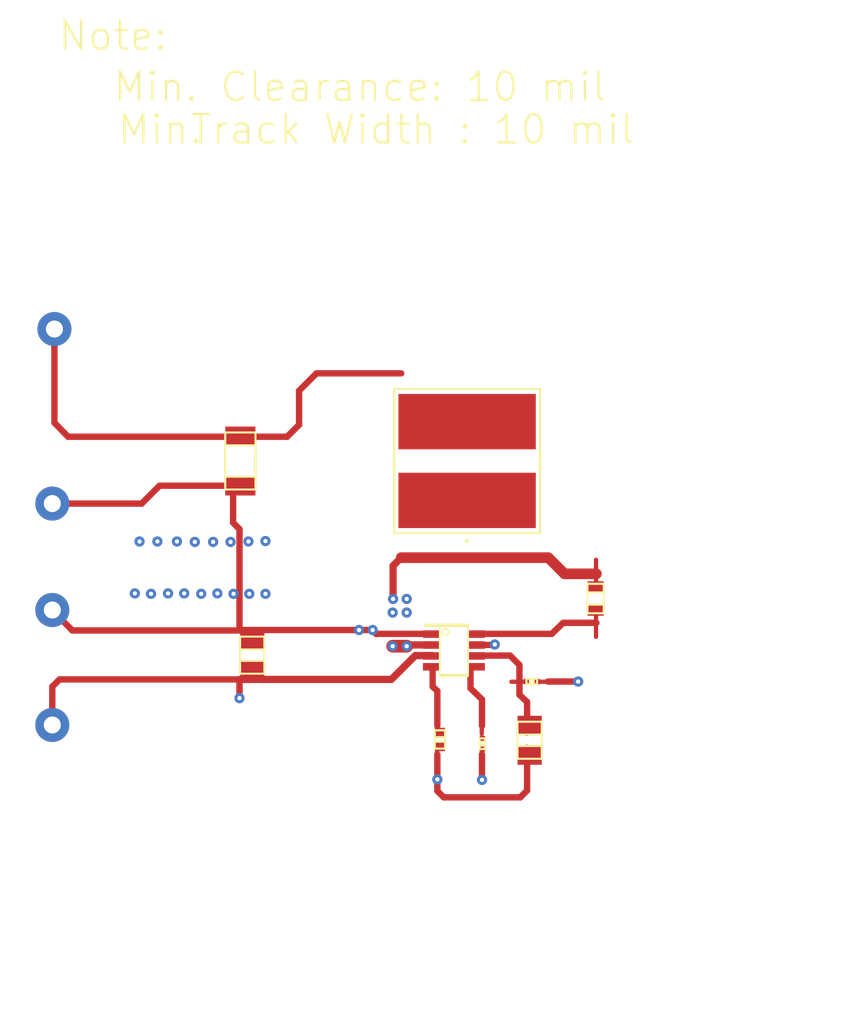
<source format=kicad_pcb>
(kicad_pcb (version 20171130) (host pcbnew 5.1.1-8be2ce7~80~ubuntu18.04.1)

  (general
    (thickness 1.6)
    (drawings 12)
    (tracks 113)
    (zones 0)
    (modules 13)
    (nets 9)
  )

  (page A4)
  (layers
    (0 TOP signal)
    (1 BOTTOM signal)
    (2 INTERNAL1 signal)
    (3 INTERNAL2 signal)
    (4 INTERNAL3 signal)
    (5 INTERNAL4 signal)
    (6 INTERNAL5 signal)
    (7 INTERNAL6 signal)
    (8 INTERNAL7 signal)
    (31 INTERNAL8 signal)
    (32 B.Adhes user)
    (33 F.Adhes user)
    (34 B.Paste user)
    (35 F.Paste user)
    (36 B.SilkS user)
    (37 F.SilkS user)
    (38 B.Mask user)
    (39 F.Mask user)
    (40 Dwgs.User user)
    (41 Cmts.User user)
    (42 Eco1.User user)
    (43 Eco2.User user)
    (44 Edge.Cuts user)
    (45 Margin user)
    (46 B.CrtYd user)
    (47 F.CrtYd user)
    (48 B.Fab user)
    (49 F.Fab user)
  )

  (setup
    (last_trace_width 0.25)
    (trace_clearance 0.2)
    (zone_clearance 0.508)
    (zone_45_only no)
    (trace_min 0.2)
    (via_size 0.8)
    (via_drill 0.4)
    (via_min_size 0.4)
    (via_min_drill 0.254)
    (uvia_size 0.3)
    (uvia_drill 0.1)
    (uvias_allowed no)
    (uvia_min_size 0.2)
    (uvia_min_drill 0.1)
    (edge_width 0.05)
    (segment_width 0.2)
    (pcb_text_width 0.3)
    (pcb_text_size 1.5 1.5)
    (mod_edge_width 0.12)
    (mod_text_size 1 1)
    (mod_text_width 0.15)
    (pad_size 1.524 1.524)
    (pad_drill 0.762)
    (pad_to_mask_clearance 0.051)
    (solder_mask_min_width 0.25)
    (aux_axis_origin 0 0)
    (visible_elements FFFFFF7F)
    (pcbplotparams
      (layerselection 0x010fc_ffffffff)
      (usegerberextensions false)
      (usegerberattributes false)
      (usegerberadvancedattributes false)
      (creategerberjobfile false)
      (excludeedgelayer true)
      (linewidth 0.100000)
      (plotframeref false)
      (viasonmask false)
      (mode 1)
      (useauxorigin false)
      (hpglpennumber 1)
      (hpglpenspeed 20)
      (hpglpendiameter 15.000000)
      (psnegative false)
      (psa4output false)
      (plotreference true)
      (plotvalue true)
      (plotinvisibletext false)
      (padsonsilk false)
      (subtractmaskfromsilk false)
      (outputformat 1)
      (mirror false)
      (drillshape 1)
      (scaleselection 1)
      (outputdirectory ""))
  )

  (net 0 "")
  (net 1 14)
  (net 2 0)
  (net 3 6)
  (net 4 8)
  (net 5 4)
  (net 6 2)
  (net 7 10)
  (net 8 12)

  (net_class Default "This is the default net class."
    (clearance 0.2)
    (trace_width 0.25)
    (via_dia 0.8)
    (via_drill 0.4)
    (uvia_dia 0.3)
    (uvia_drill 0.1)
    (add_net 0)
    (add_net 10)
    (add_net 12)
    (add_net 14)
    (add_net 2)
    (add_net 4)
    (add_net 6)
    (add_net 8)
  )

  (module 2019-04-20_19-23-47:0603 (layer TOP) (tedit 0) (tstamp 5CBBD58B)
    (at 209.3849 54.2798 270)
    (fp_text reference Cbst (at 0 0 270) (layer F.SilkS) hide
      (effects (font (size 1.27 1.27) (thickness 0.15)) (justify right top))
    )
    (fp_text value "" (at 0 0 270) (layer F.SilkS) hide
      (effects (font (size 1.27 1.27) (thickness 0.15)) (justify right top))
    )
    (fp_line (start -0.8763 -0.4826) (end -0.8763 0.4826) (layer F.SilkS) (width 0.12))
    (fp_line (start 0.8763 -0.4826) (end -0.8763 -0.4826) (layer F.SilkS) (width 0.12))
    (fp_line (start 0.8763 0.4826) (end 0.8763 -0.4826) (layer F.SilkS) (width 0.12))
    (fp_line (start -0.8763 0.4826) (end 0.8763 0.4826) (layer F.SilkS) (width 0.12))
    (fp_line (start 0.8763 -0.4826) (end 0.3683 -0.4826) (layer F.SilkS) (width 0.12))
    (fp_line (start 0.8763 0.4826) (end 0.8763 -0.4826) (layer F.SilkS) (width 0.12))
    (fp_line (start 0.3683 0.4826) (end 0.8763 0.4826) (layer F.SilkS) (width 0.12))
    (fp_line (start 0.3683 -0.4826) (end 0.3683 0.4826) (layer F.SilkS) (width 0.12))
    (fp_line (start -0.8763 0.4826) (end -0.3683 0.4826) (layer F.SilkS) (width 0.12))
    (fp_line (start -0.8763 -0.4826) (end -0.8763 0.4826) (layer F.SilkS) (width 0.12))
    (fp_line (start -0.3683 -0.4826) (end -0.8763 -0.4826) (layer F.SilkS) (width 0.12))
    (fp_line (start -0.3683 0.4826) (end -0.3683 -0.4826) (layer F.SilkS) (width 0.12))
    (pad 2 smd rect (at 0.6985 0 270) (size 0.6604 0.9652) (layers TOP F.Paste F.Mask)
      (net 4 8) (solder_mask_margin 0.1016))
    (pad 1 smd rect (at -0.6985 0 270) (size 0.6604 0.9652) (layers TOP F.Paste F.Mask)
      (net 5 4) (solder_mask_margin 0.1016))
  )

  (module 2019-04-20_19-23-47:0402 (layer TOP) (tedit 0) (tstamp 5CBBD59C)
    (at 200.0885 62.6872 90)
    (fp_text reference Rpg (at 0 0 90) (layer F.SilkS) hide
      (effects (font (size 1.27 1.27) (thickness 0.15)))
    )
    (fp_text value "" (at 0 0 90) (layer F.SilkS) hide
      (effects (font (size 1.27 1.27) (thickness 0.15)))
    )
    (fp_line (start -0.5461 -0.3048) (end -0.5461 0.3048) (layer F.SilkS) (width 0.12))
    (fp_line (start 0.5461 -0.3048) (end -0.5461 -0.3048) (layer F.SilkS) (width 0.12))
    (fp_line (start 0.5461 0.3048) (end 0.5461 -0.3048) (layer F.SilkS) (width 0.12))
    (fp_line (start -0.5461 0.3048) (end 0.5461 0.3048) (layer F.SilkS) (width 0.12))
    (fp_line (start 0.5461 -0.3048) (end 0.1397 -0.3048) (layer F.SilkS) (width 0.12))
    (fp_line (start 0.5461 0.3048) (end 0.5461 -0.3048) (layer F.SilkS) (width 0.12))
    (fp_line (start 0.1397 0.3048) (end 0.5461 0.3048) (layer F.SilkS) (width 0.12))
    (fp_line (start 0.1397 -0.3048) (end 0.1397 0.3048) (layer F.SilkS) (width 0.12))
    (fp_line (start -0.5461 0.3048) (end -0.1397 0.3048) (layer F.SilkS) (width 0.12))
    (fp_line (start -0.5461 -0.3048) (end -0.5461 0.3048) (layer F.SilkS) (width 0.12))
    (fp_line (start -0.1397 -0.3048) (end -0.5461 -0.3048) (layer F.SilkS) (width 0.12))
    (fp_line (start -0.1397 0.3048) (end -0.1397 -0.3048) (layer F.SilkS) (width 0.12))
    (pad 2 smd rect (at 0.4191 0 90) (size 0.5588 0.6096) (layers TOP F.Paste F.Mask)
      (net 7 10) (solder_mask_margin 0.1016))
    (pad 1 smd rect (at -0.4191 0 90) (size 0.5588 0.6096) (layers TOP F.Paste F.Mask)
      (net 3 6) (solder_mask_margin 0.1016))
  )

  (module 2019-04-20_19-23-47:0805 (layer TOP) (tedit 0) (tstamp 5CBBD5AD)
    (at 188.8871 57.658 90)
    (fp_text reference Cin (at 0 0 90) (layer F.SilkS) hide
      (effects (font (size 1.27 1.27) (thickness 0.15)))
    )
    (fp_text value "" (at 0 0 90) (layer F.SilkS) hide
      (effects (font (size 1.27 1.27) (thickness 0.15)))
    )
    (fp_line (start -1.1049 -0.7239) (end -1.1049 0.7239) (layer F.SilkS) (width 0.12))
    (fp_line (start 1.1049 -0.7239) (end -1.1049 -0.7239) (layer F.SilkS) (width 0.12))
    (fp_line (start 1.1049 0.7239) (end 1.1049 -0.7239) (layer F.SilkS) (width 0.12))
    (fp_line (start -1.1049 0.7239) (end 1.1049 0.7239) (layer F.SilkS) (width 0.12))
    (fp_line (start 1.1049 -0.7239) (end 0.3429 -0.7239) (layer F.SilkS) (width 0.12))
    (fp_line (start 1.1049 0.7239) (end 1.1049 -0.7239) (layer F.SilkS) (width 0.12))
    (fp_line (start 0.3429 0.7239) (end 1.1049 0.7239) (layer F.SilkS) (width 0.12))
    (fp_line (start 0.3429 -0.7239) (end 0.3429 0.7239) (layer F.SilkS) (width 0.12))
    (fp_line (start -1.1049 0.7239) (end -0.3429 0.7239) (layer F.SilkS) (width 0.12))
    (fp_line (start -1.1049 -0.7239) (end -1.1049 0.7239) (layer F.SilkS) (width 0.12))
    (fp_line (start -0.3429 -0.7239) (end -1.1049 -0.7239) (layer F.SilkS) (width 0.12))
    (fp_line (start -0.3429 0.7239) (end -0.3429 -0.7239) (layer F.SilkS) (width 0.12))
    (pad 2 smd rect (at 0.9017 0 90) (size 1.1176 1.4478) (layers TOP F.Paste F.Mask)
      (net 2 0) (solder_mask_margin 0.1016))
    (pad 1 smd rect (at -0.9017 0 90) (size 1.1176 1.4478) (layers TOP F.Paste F.Mask)
      (net 1 14) (solder_mask_margin 0.1016))
  )

  (module 2019-04-20_19-23-47:0201 (layer TOP) (tedit 0) (tstamp 5CBBD5BE)
    (at 202.6285 62.9412 270)
    (fp_text reference Css (at 0 0 270) (layer F.SilkS) hide
      (effects (font (size 1.27 1.27) (thickness 0.15)) (justify right top))
    )
    (fp_text value "" (at 0 0 270) (layer F.SilkS) hide
      (effects (font (size 1.27 1.27) (thickness 0.15)) (justify right top))
    )
    (fp_line (start -0.3175 -0.1651) (end -0.3175 0.1651) (layer F.SilkS) (width 0.12))
    (fp_line (start 0.3175 -0.1651) (end -0.3175 -0.1651) (layer F.SilkS) (width 0.12))
    (fp_line (start 0.3175 0.1651) (end 0.3175 -0.1651) (layer F.SilkS) (width 0.12))
    (fp_line (start -0.3175 0.1651) (end 0.3175 0.1651) (layer F.SilkS) (width 0.12))
    (fp_line (start 0.3175 -0.1651) (end 0.1143 -0.1651) (layer F.SilkS) (width 0.12))
    (fp_line (start 0.3175 0.1651) (end 0.3175 -0.1651) (layer F.SilkS) (width 0.12))
    (fp_line (start 0.1143 0.1651) (end 0.3175 0.1651) (layer F.SilkS) (width 0.12))
    (fp_line (start 0.1143 -0.1651) (end 0.1143 0.1651) (layer F.SilkS) (width 0.12))
    (fp_line (start -0.3175 0.1651) (end -0.1143 0.1651) (layer F.SilkS) (width 0.12))
    (fp_line (start -0.3175 -0.1651) (end -0.3175 0.1651) (layer F.SilkS) (width 0.12))
    (fp_line (start -0.1143 -0.1651) (end -0.3175 -0.1651) (layer F.SilkS) (width 0.12))
    (fp_line (start -0.1143 0.1651) (end -0.1143 -0.1651) (layer F.SilkS) (width 0.12))
    (pad 2 smd rect (at 0.2921 0 270) (size 0.3556 0.3302) (layers TOP F.Paste F.Mask)
      (net 2 0) (solder_mask_margin 0.1016))
    (pad 1 smd rect (at -0.2921 0 270) (size 0.3556 0.3302) (layers TOP F.Paste F.Mask)
      (net 8 12) (solder_mask_margin 0.1016))
  )

  (module 2019-04-20_19-23-47:1206 (layer TOP) (tedit 0) (tstamp 5CBBD5CF)
    (at 188.1759 46.0756 270)
    (fp_text reference Cout (at 0 0 270) (layer F.SilkS) hide
      (effects (font (size 1.27 1.27) (thickness 0.15)) (justify right top))
    )
    (fp_text value "" (at 0 0 270) (layer F.SilkS) hide
      (effects (font (size 1.27 1.27) (thickness 0.15)) (justify right top))
    )
    (fp_line (start -1.7018 -0.9017) (end -1.7018 0.9017) (layer F.SilkS) (width 0.12))
    (fp_line (start 1.7018 -0.9017) (end -1.7018 -0.9017) (layer F.SilkS) (width 0.12))
    (fp_line (start 1.7018 0.9017) (end 1.7018 -0.9017) (layer F.SilkS) (width 0.12))
    (fp_line (start -1.7018 0.9017) (end 1.7018 0.9017) (layer F.SilkS) (width 0.12))
    (fp_line (start 0.6071 -0.9017) (end -0.6071 -0.9017) (layer F.SilkS) (width 0.1524))
    (fp_line (start -0.6071 0.9017) (end 0.6071 0.9017) (layer F.SilkS) (width 0.1524))
    (fp_line (start 1.7018 -0.9017) (end 0.9398 -0.9017) (layer F.SilkS) (width 0.12))
    (fp_line (start 1.7018 0.9017) (end 1.7018 -0.9017) (layer F.SilkS) (width 0.12))
    (fp_line (start 0.9398 0.9017) (end 1.7018 0.9017) (layer F.SilkS) (width 0.12))
    (fp_line (start 0.9398 -0.9017) (end 0.9398 0.9017) (layer F.SilkS) (width 0.12))
    (fp_line (start -1.7018 0.9017) (end -0.9398 0.9017) (layer F.SilkS) (width 0.12))
    (fp_line (start -1.7018 -0.9017) (end -1.7018 0.9017) (layer F.SilkS) (width 0.12))
    (fp_line (start -0.9398 -0.9017) (end -1.7018 -0.9017) (layer F.SilkS) (width 0.12))
    (fp_line (start -0.9398 0.9017) (end -0.9398 -0.9017) (layer F.SilkS) (width 0.12))
    (pad 2 smd rect (at 1.4986 0 270) (size 1.1176 1.8034) (layers TOP F.Paste F.Mask)
      (net 2 0) (solder_mask_margin 0.1016))
    (pad 1 smd rect (at -1.4986 0 270) (size 1.1176 1.8034) (layers TOP F.Paste F.Mask)
      (net 3 6) (solder_mask_margin 0.1016))
  )

  (module 2019-04-20_19-23-47:VLP8040 (layer TOP) (tedit 0) (tstamp 5CBBD5E2)
    (at 201.7141 46.0756 90)
    (fp_text reference L1 (at 0 0 90) (layer F.SilkS) hide
      (effects (font (size 1.27 1.27) (thickness 0.15)))
    )
    (fp_text value "" (at 0 0 90) (layer F.SilkS) hide
      (effects (font (size 1.27 1.27) (thickness 0.15)))
    )
    (fp_line (start -4.3053 -4.3561) (end -4.3053 4.3561) (layer F.SilkS) (width 0.12))
    (fp_line (start 4.3053 -4.3561) (end -4.3053 -4.3561) (layer F.SilkS) (width 0.12))
    (fp_line (start 4.3053 4.3561) (end 4.3053 -4.3561) (layer F.SilkS) (width 0.12))
    (fp_line (start -4.3053 4.3561) (end 4.3053 4.3561) (layer F.SilkS) (width 0.12))
    (fp_line (start 0.4836 -4.3561) (end -0.4836 -4.3561) (layer F.SilkS) (width 0.1524))
    (fp_line (start -0.4836 4.3561) (end 0.4836 4.3561) (layer F.SilkS) (width 0.1524))
    (fp_circle (center -4.7625 0) (end -4.6863 0) (layer F.SilkS) (width 0.1016))
    (fp_circle (center -4.7625 0) (end -4.6863 0) (layer F.SilkS) (width 0.1016))
    (pad 2 smd rect (at 2.3495 0 90) (size 3.302 8.2042) (layers TOP F.Paste F.Mask)
      (net 3 6) (solder_mask_margin 0.1016))
    (pad 1 smd rect (at -2.3495 0 90) (size 3.302 8.2042) (layers TOP F.Paste F.Mask)
      (net 5 4) (solder_mask_margin 0.1016))
  )

  (module 2019-04-20_19-23-47:0805 (layer TOP) (tedit 0) (tstamp 5CBBD5EF)
    (at 205.4479 62.738 90)
    (fp_text reference Rfbt (at 0 0 90) (layer F.SilkS) hide
      (effects (font (size 1.27 1.27) (thickness 0.15)))
    )
    (fp_text value "" (at 0 0 90) (layer F.SilkS) hide
      (effects (font (size 1.27 1.27) (thickness 0.15)))
    )
    (fp_line (start -1.1049 -0.7239) (end -1.1049 0.7239) (layer F.SilkS) (width 0.12))
    (fp_line (start 1.1049 -0.7239) (end -1.1049 -0.7239) (layer F.SilkS) (width 0.12))
    (fp_line (start 1.1049 0.7239) (end 1.1049 -0.7239) (layer F.SilkS) (width 0.12))
    (fp_line (start -1.1049 0.7239) (end 1.1049 0.7239) (layer F.SilkS) (width 0.12))
    (fp_line (start 1.1049 -0.7239) (end 0.3429 -0.7239) (layer F.SilkS) (width 0.12))
    (fp_line (start 1.1049 0.7239) (end 1.1049 -0.7239) (layer F.SilkS) (width 0.12))
    (fp_line (start 0.3429 0.7239) (end 1.1049 0.7239) (layer F.SilkS) (width 0.12))
    (fp_line (start 0.3429 -0.7239) (end 0.3429 0.7239) (layer F.SilkS) (width 0.12))
    (fp_line (start -1.1049 0.7239) (end -0.3429 0.7239) (layer F.SilkS) (width 0.12))
    (fp_line (start -1.1049 -0.7239) (end -1.1049 0.7239) (layer F.SilkS) (width 0.12))
    (fp_line (start -0.3429 -0.7239) (end -1.1049 -0.7239) (layer F.SilkS) (width 0.12))
    (fp_line (start -0.3429 0.7239) (end -0.3429 -0.7239) (layer F.SilkS) (width 0.12))
    (pad 2 smd rect (at 0.9017 0 90) (size 1.1176 1.4478) (layers TOP F.Paste F.Mask)
      (net 6 2) (solder_mask_margin 0.1016))
    (pad 1 smd rect (at -0.9017 0 90) (size 1.1176 1.4478) (layers TOP F.Paste F.Mask)
      (net 3 6) (solder_mask_margin 0.1016))
  )

  (module 2019-04-20_19-23-47:0201 (layer TOP) (tedit 0) (tstamp 5CBBD600)
    (at 205.5749 59.2328)
    (fp_text reference Rfbb (at 0 0) (layer F.SilkS) hide
      (effects (font (size 1.27 1.27) (thickness 0.15)))
    )
    (fp_text value "" (at 0 0) (layer F.SilkS) hide
      (effects (font (size 1.27 1.27) (thickness 0.15)))
    )
    (fp_line (start -0.3175 -0.1651) (end -0.3175 0.1651) (layer F.SilkS) (width 0.12))
    (fp_line (start 0.3175 -0.1651) (end -0.3175 -0.1651) (layer F.SilkS) (width 0.12))
    (fp_line (start 0.3175 0.1651) (end 0.3175 -0.1651) (layer F.SilkS) (width 0.12))
    (fp_line (start -0.3175 0.1651) (end 0.3175 0.1651) (layer F.SilkS) (width 0.12))
    (fp_line (start 0.3175 -0.1651) (end 0.1143 -0.1651) (layer F.SilkS) (width 0.12))
    (fp_line (start 0.3175 0.1651) (end 0.3175 -0.1651) (layer F.SilkS) (width 0.12))
    (fp_line (start 0.1143 0.1651) (end 0.3175 0.1651) (layer F.SilkS) (width 0.12))
    (fp_line (start 0.1143 -0.1651) (end 0.1143 0.1651) (layer F.SilkS) (width 0.12))
    (fp_line (start -0.3175 0.1651) (end -0.1143 0.1651) (layer F.SilkS) (width 0.12))
    (fp_line (start -0.3175 -0.1651) (end -0.3175 0.1651) (layer F.SilkS) (width 0.12))
    (fp_line (start -0.1143 -0.1651) (end -0.3175 -0.1651) (layer F.SilkS) (width 0.12))
    (fp_line (start -0.1143 0.1651) (end -0.1143 -0.1651) (layer F.SilkS) (width 0.12))
    (pad 2 smd rect (at 0.2921 0) (size 0.3556 0.3302) (layers TOP F.Paste F.Mask)
      (net 2 0) (solder_mask_margin 0.1016))
    (pad 1 smd rect (at -0.2921 0) (size 0.3556 0.3302) (layers TOP F.Paste F.Mask)
      (net 6 2) (solder_mask_margin 0.1016))
  )

  (module 2019-04-20_19-23-47:TP-1502 (layer TOP) (tedit 0) (tstamp 5CBBD611)
    (at 176.9491 61.8744 90)
    (fp_text reference VIN (at 0 0 90) (layer F.SilkS) hide
      (effects (font (size 1.27 1.27) (thickness 0.15)))
    )
    (fp_text value "" (at 0 0 90) (layer F.SilkS) hide
      (effects (font (size 1.27 1.27) (thickness 0.15)))
    )
    (pad 1 thru_hole circle (at 0 0 90) (size 1.3208 1.3208) (drill 0.8128) (layers *.Cu *.Mask)
      (net 1 14) (solder_mask_margin 0.1016))
  )

  (module 2019-04-20_19-23-47:TP-1502 (layer TOP) (tedit 0) (tstamp 5CBBD615)
    (at 176.9491 54.991 90)
    (fp_text reference GND (at 0 0 90) (layer F.SilkS) hide
      (effects (font (size 1.27 1.27) (thickness 0.15)))
    )
    (fp_text value "" (at 0 0 90) (layer F.SilkS) hide
      (effects (font (size 1.27 1.27) (thickness 0.15)))
    )
    (pad 1 thru_hole circle (at 0 0 90) (size 1.3208 1.3208) (drill 0.8128) (layers *.Cu *.Mask)
      (net 2 0) (solder_mask_margin 0.1016))
  )

  (module 2019-04-20_19-23-47:TP-1502 (layer TOP) (tedit 0) (tstamp 5CBBD619)
    (at 177.0761 38.227 90)
    (fp_text reference VOUT (at 0 0 90) (layer F.SilkS) hide
      (effects (font (size 1.27 1.27) (thickness 0.15)))
    )
    (fp_text value "" (at 0 0 90) (layer F.SilkS) hide
      (effects (font (size 1.27 1.27) (thickness 0.15)))
    )
    (pad 1 thru_hole circle (at 0 0 90) (size 1.3208 1.3208) (drill 0.8128) (layers *.Cu *.Mask)
      (net 3 6) (solder_mask_margin 0.1016))
  )

  (module 2019-04-20_19-23-47:TP-1502 (layer TOP) (tedit 0) (tstamp 5CBBD61D)
    (at 176.9491 48.641 90)
    (fp_text reference GND1 (at 0 0 90) (layer F.SilkS) hide
      (effects (font (size 1.27 1.27) (thickness 0.15)))
    )
    (fp_text value "" (at 0 0 90) (layer F.SilkS) hide
      (effects (font (size 1.27 1.27) (thickness 0.15)))
    )
    (pad 1 thru_hole circle (at 0 0 90) (size 1.3208 1.3208) (drill 0.8128) (layers *.Cu *.Mask)
      (net 2 0) (solder_mask_margin 0.1016))
  )

  (module 2019-04-20_19-23-47:DDF0008A_N (layer TOP) (tedit 0) (tstamp 5CBBD621)
    (at 200.9267 57.3786)
    (fp_text reference U1 (at 0 0) (layer F.SilkS) hide
      (effects (font (size 1.27 1.27) (thickness 0.15)))
    )
    (fp_text value "" (at 0 0) (layer F.SilkS) hide
      (effects (font (size 1.27 1.27) (thickness 0.15)))
    )
    (fp_circle (center -0.5 -1.1) (end -0.3 -1.1) (layer F.SilkS) (width 0.1016))
    (fp_line (start -0.8 1.5) (end 0.8 1.5) (layer F.SilkS) (width 0.2))
    (fp_line (start -1.7 -1.5) (end 0.8 -1.5) (layer F.SilkS) (width 0.2))
    (fp_line (start -0.85 1.5) (end -0.85 -1.5) (layer F.SilkS) (width 0.1))
    (fp_line (start 0.85 1.5) (end 0.85 -1.5) (layer F.SilkS) (width 0.1))
    (fp_line (start -0.85 -1.5) (end 0.85 -1.5) (layer F.SilkS) (width 0.1))
    (fp_line (start -0.85 1.5) (end 0.85 1.5) (layer F.SilkS) (width 0.1))
    (pad 8 smd rect (at 1.35 -0.975) (size 1 0.45) (layers TOP F.Paste F.Mask)
      (net 4 8) (solder_mask_margin 0.1016))
    (pad 7 smd rect (at 1.35 -0.325) (size 1 0.45) (layers TOP F.Paste F.Mask)
      (net 1 14) (solder_mask_margin 0.1016))
    (pad 6 smd rect (at 1.35 0.325) (size 1 0.45) (layers TOP F.Paste F.Mask)
      (net 6 2) (solder_mask_margin 0.1016))
    (pad 5 smd rect (at 1.35 0.975) (size 1 0.45) (layers TOP F.Paste F.Mask)
      (net 8 12) (solder_mask_margin 0.1016))
    (pad 4 smd rect (at -1.35 0.975) (size 1 0.45) (layers TOP F.Paste F.Mask)
      (net 7 10) (solder_mask_margin 0.1016))
    (pad 3 smd rect (at -1.35 0.325) (size 1 0.45) (layers TOP F.Paste F.Mask)
      (net 1 14) (solder_mask_margin 0.1016))
    (pad 2 smd rect (at -1.35 -0.325) (size 1 0.45) (layers TOP F.Paste F.Mask)
      (net 5 4) (solder_mask_margin 0.1016))
    (pad 1 smd rect (at -1.35 -0.975) (size 1 0.45) (layers TOP F.Paste F.Mask)
      (net 2 0) (solder_mask_margin 0.1016))
  )

  (gr_line (start 173.9011 79.6036) (end 173.9011 18.6436) (layer Cmts.User) (width 0.15) (tstamp 56C991A0))
  (gr_line (start 173.9011 79.6036) (end 173.9011 18.6436) (layer Cmts.User) (width 0.15) (tstamp 56C99680))
  (gr_line (start 173.9011 18.6436) (end 224.7011 18.6436) (layer Cmts.User) (width 0.15) (tstamp 56C99B30))
  (gr_line (start 173.9011 18.6436) (end 224.7011 18.6436) (layer Cmts.User) (width 0.15) (tstamp 56C99FE0))
  (gr_line (start 224.7011 18.6436) (end 224.7011 79.6036) (layer Cmts.User) (width 0.15) (tstamp 56C9A490))
  (gr_line (start 224.7011 18.6436) (end 224.7011 79.6036) (layer Cmts.User) (width 0.15) (tstamp 56C898C0))
  (gr_line (start 224.7011 79.6036) (end 173.9011 79.6036) (layer Cmts.User) (width 0.15) (tstamp 56C89D70))
  (gr_line (start 224.7011 79.6036) (end 173.9011 79.6036) (layer Cmts.User) (width 0.15) (tstamp 56C8A220))
  (gr_text Min. (at 180.7591 27.2796) (layer F.SilkS) (tstamp 56C8A7E0)
    (effects (font (size 1.6891 1.6891) (thickness 0.14224)) (justify left bottom))
  )
  (gr_text Note: (at 177.2031 21.6916) (layer F.SilkS) (tstamp 56C8ACE0)
    (effects (font (size 1.6891 1.6891) (thickness 0.14224)) (justify left bottom))
  )
  (gr_text "Track Width : 10 mil" (at 185.0771 27.2796) (layer F.SilkS) (tstamp 56C7E620)
    (effects (font (size 1.6891 1.6891) (thickness 0.14224)) (justify left bottom))
  )
  (gr_text "Min. Clearance: 10 mil" (at 180.5051 24.7396) (layer F.SilkS) (tstamp 56C7EC00)
    (effects (font (size 1.6891 1.6891) (thickness 0.14224)) (justify left bottom))
  )

  (segment (start 188.1251 59.1058) (end 197.1929 59.1058) (width 0.4318) (layer TOP) (net 1) (tstamp 56DCECE0))
  (segment (start 176.9491 59.5376) (end 177.3809 59.1058) (width 0.381) (layer TOP) (net 1) (tstamp 56DCF1D0))
  (segment (start 177.3809 59.1058) (end 188.1251 59.1058) (width 0.381) (layer TOP) (net 1) (tstamp 56DCF6B0))
  (segment (start 188.1251 60.2234) (end 188.1251 59.1058) (width 0.381) (layer TOP) (net 1) (tstamp 56DCFB90))
  (segment (start 197.1929 59.1058) (end 198.6153 57.6834) (width 0.4318) (layer TOP) (net 1) (tstamp 56DD0070))
  (segment (start 198.6153 57.6834) (end 199.6567 57.6834) (width 0.4318) (layer TOP) (net 1) (tstamp 56DD0560))
  (segment (start 176.9491 61.8236) (end 176.9491 59.5376) (width 0.381) (layer TOP) (net 1) (tstamp 56DD0A50))
  (segment (start 203.3397 57.0484) (end 203.3651 57.023) (width 0.381) (layer TOP) (net 1) (tstamp 56DD0F20))
  (segment (start 201.9173 57.0484) (end 203.3397 57.0484) (width 0.381) (layer TOP) (net 1) (tstamp 56DD1400))
  (segment (start 203.3651 59.2836) (end 203.3651 57.023) (width 0.381) (layer BOTTOM) (net 1) (tstamp 56DD25A0))
  (segment (start 202.3491 60.2996) (end 203.3651 59.2836) (width 0.381) (layer BOTTOM) (net 1) (tstamp 56DD2A70))
  (segment (start 188.2013 60.2996) (end 202.3491 60.2996) (width 0.381) (layer BOTTOM) (net 1) (tstamp 56DD2F40))
  (via micro (at 188.1251 60.2234) (size 0.6096) (drill 0.254) (layers TOP INTERNAL8) (net 1) (tstamp 56DD3460))
  (via micro (at 203.3651 57.023) (size 0.6096) (drill 0.254) (layers TOP INTERNAL8) (net 1) (tstamp 56DD39C0))
  (via micro (at 176.9491 61.8236) (size 2.032) (drill 1.016) (layers TOP INTERNAL8) (net 1) (tstamp 56DD3EF0))
  (segment (start 182.2831 48.6156) (end 183.3499 47.5488) (width 0.381) (layer TOP) (net 2) (tstamp 56DD4E20))
  (segment (start 183.3499 47.5488) (end 187.7441 47.5488) (width 0.381) (layer TOP) (net 2) (tstamp 56DD5300))
  (segment (start 188.1251 56.1848) (end 188.1251 50.1396) (width 0.381) (layer TOP) (net 2) (tstamp 56DD57E0))
  (segment (start 187.7441 49.7586) (end 188.1251 50.1396) (width 0.381) (layer TOP) (net 2) (tstamp 56DD5CC0))
  (segment (start 187.7441 49.7586) (end 187.7441 47.5488) (width 0.381) (layer TOP) (net 2) (tstamp 56DD61A0))
  (segment (start 188.1251 56.1848) (end 188.1251 56.1594) (width 0.381) (layer TOP) (net 2) (tstamp 56DD6680))
  (segment (start 188.1251 56.1594) (end 195.2625 56.1594) (width 0.381) (layer TOP) (net 2) (tstamp 56DD6B60))
  (segment (start 195.2625 56.1594) (end 196.0753 56.1594) (width 0.381) (layer TOP) (net 2) (tstamp 56DD7040))
  (segment (start 196.0753 56.1594) (end 196.2785 56.388) (width 0.381) (layer TOP) (net 2) (tstamp 56DD7520))
  (segment (start 196.2785 56.388) (end 199.6567 56.388) (width 0.381) (layer TOP) (net 2) (tstamp 56DD7A00))
  (segment (start 176.9491 54.9656) (end 178.1429 56.1848) (width 0.381) (layer TOP) (net 2) (tstamp 56DD7EE0))
  (segment (start 178.1429 56.1848) (end 188.1251 56.1848) (width 0.381) (layer TOP) (net 2) (tstamp 56DD83C0))
  (segment (start 176.9491 48.6156) (end 182.2831 48.6156) (width 0.381) (layer TOP) (net 2) (tstamp 56DD88A0))
  (segment (start 206.5401 59.2328) (end 208.3435 59.2328) (width 0.381) (layer TOP) (net 2) (tstamp 56DD8D80))
  (segment (start 202.6031 65.1002) (end 202.6031 63.5762) (width 0.381) (layer TOP) (net 2) (tstamp 56DD9260))
  (segment (start 206.0575 59.2455) (end 206.9973 59.2455) (width 0.254) (layer TOP) (net 2) (tstamp 56DD9740))
  (segment (start 202.5904 64.0588) (end 202.5904 63.119) (width 0.254) (layer TOP) (net 2) (tstamp 56DD9C20))
  (via micro (at 202.6031 65.1002) (size 0.6096) (drill 0.254) (layers TOP INTERNAL8) (net 2) (tstamp 56DDC240))
  (via micro (at 196.0753 56.1594) (size 0.6096) (drill 0.254) (layers TOP INTERNAL8) (net 2) (tstamp 56DDC770))
  (via micro (at 195.2625 56.1594) (size 0.6096) (drill 0.254) (layers TOP INTERNAL8) (net 2) (tstamp 56DDCCA0))
  (via micro (at 182.1561 50.8762) (size 0.6096) (drill 0.254) (layers TOP INTERNAL8) (net 2) (tstamp 56DDD1D0))
  (via micro (at 183.2229 50.8762) (size 0.6096) (drill 0.254) (layers TOP INTERNAL8) (net 2) (tstamp 56DDD700))
  (via micro (at 184.3913 50.8762) (size 0.6096) (drill 0.254) (layers TOP INTERNAL8) (net 2) (tstamp 56DDDC30))
  (via micro (at 185.4581 50.9016) (size 0.6096) (drill 0.254) (layers TOP INTERNAL8) (net 2) (tstamp 56DDE160))
  (via micro (at 186.5503 50.9016) (size 0.6096) (drill 0.254) (layers TOP INTERNAL8) (net 2) (tstamp 56DDE690))
  (via micro (at 187.5917 50.9016) (size 0.6096) (drill 0.254) (layers TOP INTERNAL8) (net 2) (tstamp 56DDEBC0))
  (via micro (at 188.6585 50.8762) (size 0.6096) (drill 0.254) (layers TOP INTERNAL8) (net 2) (tstamp 56DDF0F0))
  (via micro (at 189.6745 50.8508) (size 0.6096) (drill 0.254) (layers TOP INTERNAL8) (net 2) (tstamp 56DDF620))
  (via micro (at 181.8767 53.975) (size 0.6096) (drill 0.254) (layers TOP INTERNAL8) (net 2) (tstamp 56DDFB50))
  (via micro (at 182.8419 54.0004) (size 0.6096) (drill 0.254) (layers TOP INTERNAL8) (net 2) (tstamp 56DE0080))
  (via micro (at 183.8579 53.975) (size 0.6096) (drill 0.254) (layers TOP INTERNAL8) (net 2) (tstamp 56DE05B0))
  (via micro (at 184.8231 53.975) (size 0.6096) (drill 0.254) (layers TOP INTERNAL8) (net 2) (tstamp 56DE0AE0))
  (via micro (at 185.8391 54.0004) (size 0.6096) (drill 0.254) (layers TOP INTERNAL8) (net 2) (tstamp 56DE1010))
  (via micro (at 186.8043 53.975) (size 0.6096) (drill 0.254) (layers TOP INTERNAL8) (net 2) (tstamp 56DE1540))
  (via micro (at 187.7695 54.0004) (size 0.6096) (drill 0.254) (layers TOP INTERNAL8) (net 2) (tstamp 56DE1A70))
  (via micro (at 188.7093 54.0004) (size 0.6096) (drill 0.254) (layers TOP INTERNAL8) (net 2) (tstamp 56DE1FA0))
  (via micro (at 189.6745 54.0004) (size 0.6096) (drill 0.254) (layers TOP INTERNAL8) (net 2) (tstamp 56DE24D0))
  (via micro (at 208.3435 59.2328) (size 0.6096) (drill 0.254) (layers TOP INTERNAL8) (net 2) (tstamp 56DE2A00))
  (via micro (at 176.9491 54.9656) (size 2.032) (drill 1.016) (layers TOP INTERNAL8) (net 2) (tstamp 56DE2F30))
  (via micro (at 176.9491 48.6156) (size 2.032) (drill 1.016) (layers TOP INTERNAL8) (net 2) (tstamp 56DE3450))
  (segment (start 177.8889 44.6278) (end 187.7441 44.6278) (width 0.381) (layer TOP) (net 3) (tstamp 56DE49B0))
  (segment (start 177.0761 43.7896) (end 177.8889 44.6278) (width 0.381) (layer TOP) (net 3) (tstamp 56DE4E90))
  (segment (start 190.9699 44.6278) (end 191.6811 43.9166) (width 0.381) (layer TOP) (net 3) (tstamp 56DE5370))
  (segment (start 187.7441 44.6278) (end 190.9699 44.6278) (width 0.381) (layer TOP) (net 3) (tstamp 56DE5840))
  (segment (start 205.2955 65.7352) (end 205.2955 63.5762) (width 0.381) (layer TOP) (net 3) (tstamp 56DE5D20))
  (segment (start 204.8891 66.1416) (end 205.2955 65.7352) (width 0.381) (layer TOP) (net 3) (tstamp 56DE6200))
  (segment (start 200.3171 66.1416) (end 204.8891 66.1416) (width 0.381) (layer TOP) (net 3) (tstamp 56DE66E0))
  (segment (start 192.7225 40.8432) (end 197.7771 40.8432) (width 0.381) (layer TOP) (net 3) (tstamp 56DE6BC0))
  (segment (start 191.6811 41.8846) (end 192.7225 40.8432) (width 0.381) (layer TOP) (net 3) (tstamp 56DE70A0))
  (segment (start 191.6811 43.9166) (end 191.6811 41.8846) (width 0.381) (layer TOP) (net 3) (tstamp 56DE75A0))
  (segment (start 177.0761 43.7896) (end 177.0761 38.2016) (width 0.381) (layer TOP) (net 3) (tstamp 56DE7A60))
  (segment (start 199.9361 65.0748) (end 199.9361 63.5762) (width 0.381) (layer TOP) (net 3) (tstamp 56DE7F10))
  (segment (start 199.9361 65.7606) (end 200.3171 66.1416) (width 0.381) (layer TOP) (net 3) (tstamp 56DE83F0))
  (segment (start 199.9361 65.7606) (end 199.9361 65.0748) (width 0.381) (layer TOP) (net 3) (tstamp 56DE88D0))
  (segment (start 205.2828 64.0588) (end 205.2828 63.119) (width 0.254) (layer TOP) (net 3) (tstamp 56DE8DB0))
  (segment (start 199.9234 64.0588) (end 199.9234 63.119) (width 0.254) (layer TOP) (net 3) (tstamp 56DE9290))
  (segment (start 180.5051 63.0936) (end 182.4863 65.0748) (width 0.381) (layer BOTTOM) (net 3) (tstamp 56DEA390))
  (segment (start 182.4863 65.0748) (end 199.9361 65.0748) (width 0.381) (layer BOTTOM) (net 3) (tstamp 56DEA860))
  (segment (start 179.7431 38.2016) (end 180.5051 38.9636) (width 0.381) (layer BOTTOM) (net 3) (tstamp 56DEAD40))
  (segment (start 177.0761 38.2016) (end 179.7431 38.2016) (width 0.381) (layer BOTTOM) (net 3) (tstamp 56DEB210))
  (segment (start 180.5051 63.0936) (end 180.5051 38.9636) (width 0.381) (layer BOTTOM) (net 3) (tstamp 56DEB6F0))
  (via micro (at 199.9361 65.0748) (size 0.6096) (drill 0.254) (layers TOP INTERNAL8) (net 3) (tstamp 56DEBBB0))
  (via micro (at 177.0761 38.2016) (size 2.032) (drill 1.016) (layers TOP INTERNAL8) (net 3) (tstamp 56DEC0E0))
  (segment (start 201.9173 56.388) (end 206.7687 56.388) (width 0.381) (layer TOP) (net 4) (tstamp 56DED220))
  (segment (start 206.7687 56.388) (end 207.4545 55.7276) (width 0.381) (layer TOP) (net 4) (tstamp 56DED700))
  (segment (start 207.4545 55.7276) (end 209.4357 55.7276) (width 0.381) (layer TOP) (net 4) (tstamp 56DEDBE0))
  (segment (start 209.4103 56.5658) (end 209.4103 54.864) (width 0.254) (layer TOP) (net 4) (tstamp 56DEE0C0))
  (segment (start 197.7771 51.8414) (end 206.5655 51.8414) (width 0.635) (layer TOP) (net 5) (tstamp 56DEEB50))
  (segment (start 206.5655 51.8414) (end 207.5307 52.8066) (width 0.635) (layer TOP) (net 5) (tstamp 56DEF030))
  (segment (start 207.5307 52.8066) (end 209.4357 52.8066) (width 0.635) (layer TOP) (net 5) (tstamp 56DEF510))
  (segment (start 197.2945 52.324) (end 197.7771 51.8414) (width 0.4318) (layer TOP) (net 5) (tstamp 56DEF9F0))
  (segment (start 197.2945 54.3052) (end 197.2945 52.324) (width 0.4318) (layer TOP) (net 5) (tstamp 56DEFEE0))
  (segment (start 197.2691 57.1246) (end 198.1073 57.1246) (width 0.762) (layer TOP) (net 5) (tstamp 56DF03D0))
  (segment (start 198.1073 57.1246) (end 198.1835 57.0484) (width 0.4318) (layer TOP) (net 5) (tstamp 56DF08B0))
  (segment (start 198.1835 57.0484) (end 199.6567 57.0484) (width 0.4318) (layer TOP) (net 5) (tstamp 56DF0DA0))
  (segment (start 209.4103 53.6702) (end 209.4103 51.9684) (width 0.254) (layer TOP) (net 5) (tstamp 56DF1290))
  (via micro (at 197.2691 57.1246) (size 0.6096) (drill 0.254) (layers TOP INTERNAL8) (net 5) (tstamp 56DF2EF0))
  (via micro (at 198.1073 57.1246) (size 0.6096) (drill 0.254) (layers TOP INTERNAL8) (net 5) (tstamp 56DF3420))
  (via micro (at 197.2691 55.118) (size 0.6096) (drill 0.254) (layers TOP INTERNAL8) (net 5) (tstamp 56DF3950))
  (via micro (at 198.1073 55.118) (size 0.6096) (drill 0.254) (layers TOP INTERNAL8) (net 5) (tstamp 56DF3E80))
  (via micro (at 198.1073 54.3052) (size 0.6096) (drill 0.254) (layers TOP INTERNAL8) (net 5) (tstamp 56DF43B0))
  (via micro (at 197.2945 54.3052) (size 0.6096) (drill 0.254) (layers TOP INTERNAL8) (net 5) (tstamp 56DF48E0))
  (segment (start 201.9173 57.6834) (end 204.2795 57.6834) (width 0.381) (layer TOP) (net 6) (tstamp 56DF55D0))
  (segment (start 204.2795 57.6834) (end 204.8383 58.2422) (width 0.381) (layer TOP) (net 6) (tstamp 56DF5AB0))
  (segment (start 204.8383 59.2328) (end 204.8383 58.2422) (width 0.381) (layer TOP) (net 6) (tstamp 56DF5F90))
  (segment (start 204.8383 60.0202) (end 204.8383 59.2328) (width 0.381) (layer TOP) (net 6) (tstamp 56DF6470))
  (segment (start 204.8383 60.0202) (end 205.2955 60.452) (width 0.381) (layer TOP) (net 6) (tstamp 56DF6950))
  (segment (start 205.2955 61.8744) (end 205.2955 60.452) (width 0.381) (layer TOP) (net 6) (tstamp 56DF6E30))
  (segment (start 204.3557 59.2455) (end 205.2955 59.2455) (width 0.254) (layer TOP) (net 6) (tstamp 56DF7310))
  (segment (start 205.2828 62.357) (end 205.2828 61.4172) (width 0.254) (layer TOP) (net 6) (tstamp 56DF77F0))
  (segment (start 199.6567 59.5376) (end 199.6567 58.3438) (width 0.381) (layer TOP) (net 7) (tstamp 56DF84B0))
  (segment (start 199.6567 59.5376) (end 199.9361 59.7916) (width 0.381) (layer TOP) (net 7) (tstamp 56DF8990))
  (segment (start 199.9361 61.8744) (end 199.9361 59.7916) (width 0.381) (layer TOP) (net 7) (tstamp 56DF8E70))
  (segment (start 199.9234 62.357) (end 199.9234 61.4172) (width 0.254) (layer TOP) (net 7) (tstamp 56DF9350))
  (segment (start 202.6031 61.8744) (end 202.6031 60.2996) (width 0.381) (layer TOP) (net 8) (tstamp 56DF9DC0))
  (segment (start 201.9173 59.6392) (end 202.6031 60.2996) (width 0.381) (layer TOP) (net 8) (tstamp 56DFA2A0))
  (segment (start 201.9173 59.6392) (end 201.9173 58.3438) (width 0.381) (layer TOP) (net 8) (tstamp 56DFA780))
  (segment (start 202.5904 62.357) (end 202.5904 61.4172) (width 0.254) (layer TOP) (net 8) (tstamp 56DFAC60))

  (zone (net 1) (net_name 14) (layer TOP) (tstamp 56DD1960) (hatch edge 0.508)
    (priority 4)
    (connect_pads (clearance 0.000001))
    (min_thickness 0.0254)
    (fill (arc_segments 32) (thermal_gap 0.05) (thermal_bridge_width 0.05))
    (polygon
      (pts
        (xy 198.5391 57.7596) (xy 198.5391 74.5236) (xy 174.6631 74.5236) (xy 174.6631 57.7596)
      )
    )
  )
  (zone (net 2) (net_name 0) (layer TOP) (tstamp 56DDA130) (hatch edge 0.508)
    (connect_pads (clearance 0.000001))
    (min_thickness 0.0254)
    (fill (arc_segments 32) (thermal_gap 0.05) (thermal_bridge_width 0.05))
    (polygon
      (pts
        (xy 174.6631 46.2026) (xy 190.1571 46.2026) (xy 190.1571 55.7276) (xy 200.4441 55.7276) (xy 200.4441 56.4896)
        (xy 196.5071 56.4896) (xy 196.5071 57.5056) (xy 174.6631 57.5056)
      )
    )
  )
  (zone (net 2) (net_name 0) (layer BOTTOM) (tstamp 56DDB630) (hatch edge 0.508)
    (priority 1)
    (connect_pads (clearance 0.000001))
    (min_thickness 0.0254)
    (fill (arc_segments 32) (thermal_gap 0.05) (thermal_bridge_width 0.05))
    (polygon
      (pts
        (xy 174.6631 19.4056) (xy 174.6631 78.8416) (xy 223.9391 78.8416) (xy 223.9391 19.4056)
      )
    )
  )
  (zone (net 3) (net_name 6) (layer TOP) (tstamp 56DE97A0) (hatch edge 0.508)
    (priority 2)
    (connect_pads (clearance 0.000001))
    (min_thickness 0.0254)
    (fill (arc_segments 32) (thermal_gap 0.05) (thermal_bridge_width 0.05))
    (polygon
      (pts
        (xy 174.6631 45.9486) (xy 206.1591 45.9486) (xy 206.1591 31.3436) (xy 174.6631 31.3436)
      )
    )
  )
  (zone (net 5) (net_name 4) (layer TOP) (tstamp 56DF17A0) (hatch edge 0.508)
    (priority 3)
    (connect_pads (clearance 0.000001))
    (min_thickness 0.0254)
    (fill (arc_segments 32) (thermal_gap 0.05) (thermal_bridge_width 0.05))
    (polygon
      (pts
        (xy 206.1591 46.2026) (xy 190.4111 46.2026) (xy 190.4111 55.4736) (xy 206.1591 55.4736)
      )
    )
  )
  (zone (net 5) (net_name 4) (layer BOTTOM) (tstamp 56DF23A0) (hatch edge 0.508)
    (priority 6)
    (connect_pads (clearance 0.000001))
    (min_thickness 0.0254)
    (fill (arc_segments 32) (thermal_gap 0.05) (thermal_bridge_width 0.05))
    (polygon
      (pts
        (xy 196.7611 57.5056) (xy 196.7611 51.1556) (xy 198.5391 51.1556) (xy 198.5391 57.5056)
      )
    )
  )
)

</source>
